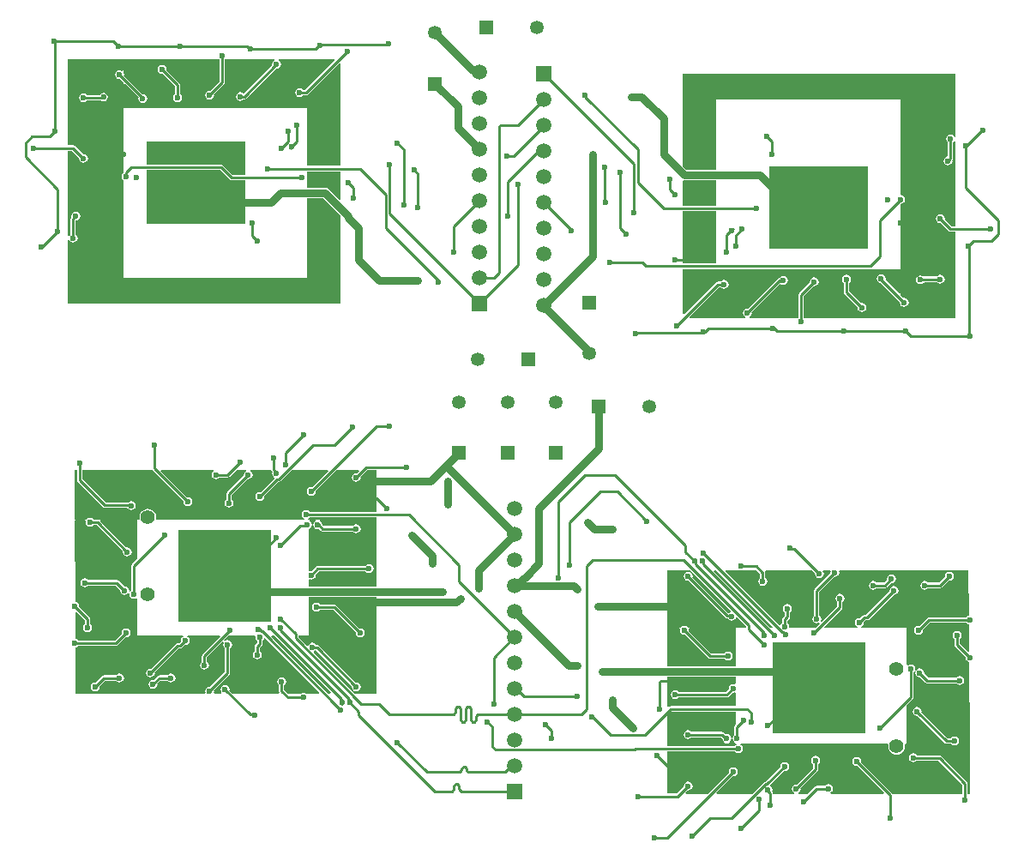
<source format=gbl>
G04*
G04 #@! TF.GenerationSoftware,Altium Limited,Altium Designer,19.1.8 (144)*
G04*
G04 Layer_Physical_Order=2*
G04 Layer_Color=16711680*
%FSLAX25Y25*%
%MOIN*%
G70*
G01*
G75*
%ADD13C,0.01000*%
%ADD33C,0.03000*%
%ADD34C,0.05512*%
%ADD35C,0.05906*%
%ADD36R,0.05906X0.05906*%
%ADD37C,0.05315*%
%ADD38R,0.05315X0.05315*%
%ADD39R,0.05315X0.05315*%
%ADD40C,0.02362*%
G36*
X81980Y-18000D02*
Y-26578D01*
X78227Y-30331D01*
X78000Y-30286D01*
X77344Y-30416D01*
X76788Y-30788D01*
X76416Y-31344D01*
X76286Y-32000D01*
X76416Y-32656D01*
X76788Y-33212D01*
X77344Y-33584D01*
X78000Y-33714D01*
X78656Y-33584D01*
X79212Y-33212D01*
X79584Y-32656D01*
X79714Y-32000D01*
X79669Y-31773D01*
X83721Y-27721D01*
X83942Y-27390D01*
X84020Y-27000D01*
Y-18000D01*
X103070Y-18000D01*
X103219Y-18500D01*
X102788Y-18788D01*
X102416Y-19344D01*
X102286Y-20000D01*
X102331Y-20227D01*
X91265Y-31293D01*
X91212Y-31288D01*
X90656Y-30916D01*
X90000Y-30786D01*
X89344Y-30916D01*
X88788Y-31288D01*
X88416Y-31844D01*
X88286Y-32500D01*
X88416Y-33156D01*
X88788Y-33712D01*
X89344Y-34084D01*
X90000Y-34214D01*
X90656Y-34084D01*
X91212Y-33712D01*
X91341Y-33520D01*
X91500D01*
X91890Y-33442D01*
X92221Y-33221D01*
X103773Y-21669D01*
X104000Y-21714D01*
X104656Y-21584D01*
X105212Y-21212D01*
X105584Y-20656D01*
X105714Y-20000D01*
X105584Y-19344D01*
X105212Y-18788D01*
X104781Y-18500D01*
X104930Y-18000D01*
X126405D01*
X126596Y-18462D01*
X115078Y-29980D01*
X114341D01*
X114212Y-29788D01*
X113656Y-29416D01*
X113000Y-29286D01*
X112344Y-29416D01*
X111788Y-29788D01*
X111416Y-30344D01*
X111286Y-31000D01*
X111416Y-31656D01*
X111788Y-32212D01*
X112344Y-32584D01*
X113000Y-32714D01*
X113656Y-32584D01*
X114212Y-32212D01*
X114341Y-32020D01*
X115500D01*
X115890Y-31942D01*
X116221Y-31721D01*
X128538Y-19404D01*
X129000Y-19595D01*
Y-37000D01*
X129000D01*
Y-59480D01*
X116000D01*
Y-37000D01*
X44500Y-37000D01*
Y-61901D01*
X44480Y-62000D01*
Y-62159D01*
X44288Y-62288D01*
X43916Y-62844D01*
X43786Y-63500D01*
X43916Y-64156D01*
X44288Y-64712D01*
X44500Y-64854D01*
Y-103000D01*
X116000D01*
Y-72039D01*
X122155D01*
X129000Y-78884D01*
Y-113000D01*
X23000D01*
Y-88430D01*
X23500Y-88281D01*
X23788Y-88712D01*
X24344Y-89084D01*
X25000Y-89214D01*
X25656Y-89084D01*
X26212Y-88712D01*
X26584Y-88156D01*
X26714Y-87500D01*
X26584Y-86844D01*
X26212Y-86288D01*
X26020Y-86159D01*
Y-80710D01*
X26656Y-80584D01*
X27212Y-80212D01*
X27584Y-79656D01*
X27714Y-79000D01*
X27584Y-78344D01*
X27212Y-77788D01*
X26656Y-77416D01*
X26000Y-77286D01*
X25344Y-77416D01*
X24788Y-77788D01*
X24416Y-78344D01*
X24286Y-79000D01*
X24331Y-79227D01*
X24279Y-79279D01*
X24058Y-79610D01*
X23980Y-80000D01*
Y-86159D01*
X23788Y-86288D01*
X23500Y-86719D01*
X23000Y-86570D01*
Y-53520D01*
X24578D01*
X27331Y-56273D01*
X27286Y-56500D01*
X27416Y-57156D01*
X27788Y-57712D01*
X28344Y-58084D01*
X29000Y-58214D01*
X29656Y-58084D01*
X30212Y-57712D01*
X30584Y-57156D01*
X30714Y-56500D01*
X30584Y-55844D01*
X30212Y-55288D01*
X29656Y-54916D01*
X29000Y-54786D01*
X28773Y-54831D01*
X25721Y-51779D01*
X25390Y-51558D01*
X25000Y-51480D01*
X23000D01*
Y-18000D01*
X44500D01*
X81980D01*
D02*
G37*
G36*
X92000Y-62980D02*
X86922D01*
X83221Y-59279D01*
X82890Y-59058D01*
X82500Y-58980D01*
X53500D01*
Y-50000D01*
X92000D01*
Y-62980D01*
D02*
G37*
G36*
X129000Y-72463D02*
X128538Y-72654D01*
X124442Y-68558D01*
X123780Y-68116D01*
X123000Y-67961D01*
X116000D01*
Y-61520D01*
X129000D01*
Y-72463D01*
D02*
G37*
G36*
X85779Y-64721D02*
X86110Y-64942D01*
X86500Y-65020D01*
X92000D01*
Y-82000D01*
X53500D01*
Y-61020D01*
X82078D01*
X85779Y-64721D01*
D02*
G37*
G36*
X136096Y-177962D02*
X135227Y-178831D01*
X135000Y-178786D01*
X134344Y-178916D01*
X133788Y-179288D01*
X133416Y-179844D01*
X133286Y-180500D01*
X133416Y-181156D01*
X133788Y-181712D01*
X134344Y-182084D01*
X135000Y-182214D01*
X135656Y-182084D01*
X136212Y-181712D01*
X136584Y-181156D01*
X136714Y-180500D01*
X136669Y-180273D01*
X139422Y-177520D01*
X143000D01*
Y-193980D01*
X116841D01*
X116712Y-193788D01*
X116156Y-193416D01*
X115500Y-193286D01*
X114844Y-193416D01*
X114288Y-193788D01*
X113916Y-194344D01*
X113786Y-195000D01*
X113916Y-195656D01*
X114288Y-196212D01*
X114719Y-196500D01*
X114570Y-197000D01*
X57619D01*
X57218Y-196500D01*
X57284Y-196000D01*
X57172Y-195150D01*
X56844Y-194358D01*
X56322Y-193678D01*
X55642Y-193156D01*
X54850Y-192828D01*
X54000Y-192716D01*
X53150Y-192828D01*
X52358Y-193156D01*
X51678Y-193678D01*
X51156Y-194358D01*
X50828Y-195150D01*
X50716Y-196000D01*
X50782Y-196500D01*
X50381Y-197000D01*
X50000D01*
Y-212058D01*
X47779Y-214279D01*
X47558Y-214610D01*
X47480Y-215000D01*
Y-224659D01*
X47288Y-224788D01*
X47115Y-225047D01*
X46644Y-224852D01*
X46714Y-224500D01*
X46584Y-223844D01*
X46212Y-223288D01*
X45656Y-222916D01*
X45000Y-222786D01*
X44773Y-222831D01*
X42721Y-220779D01*
X42390Y-220558D01*
X42000Y-220480D01*
X30841D01*
X30712Y-220288D01*
X30156Y-219916D01*
X29500Y-219786D01*
X28844Y-219916D01*
X28288Y-220288D01*
X27916Y-220844D01*
X27786Y-221500D01*
X27916Y-222156D01*
X28288Y-222712D01*
X28844Y-223084D01*
X29500Y-223214D01*
X30156Y-223084D01*
X30712Y-222712D01*
X30841Y-222520D01*
X41578D01*
X43331Y-224273D01*
X43286Y-224500D01*
X43416Y-225156D01*
X43788Y-225712D01*
X44344Y-226084D01*
X45000Y-226214D01*
X45656Y-226084D01*
X46212Y-225712D01*
X46385Y-225453D01*
X46856Y-225648D01*
X46786Y-226000D01*
X46916Y-226656D01*
X47288Y-227212D01*
X47844Y-227584D01*
X48500Y-227714D01*
X49156Y-227584D01*
X49500Y-227354D01*
X50000Y-227612D01*
Y-242000D01*
X67570D01*
X67719Y-242500D01*
X67288Y-242788D01*
X66916Y-243344D01*
X66786Y-244000D01*
X66831Y-244227D01*
X66182Y-244876D01*
X65604D01*
X65214Y-244954D01*
X64883Y-245175D01*
X55227Y-254831D01*
X55000Y-254786D01*
X54344Y-254916D01*
X53788Y-255288D01*
X53416Y-255844D01*
X53286Y-256500D01*
X53416Y-257156D01*
X53788Y-257712D01*
X54344Y-258084D01*
X55000Y-258214D01*
X55656Y-258084D01*
X56212Y-257712D01*
X56584Y-257156D01*
X56714Y-256500D01*
X56669Y-256273D01*
X66027Y-246915D01*
X66604D01*
X66994Y-246838D01*
X67325Y-246617D01*
X68273Y-245669D01*
X68500Y-245714D01*
X69156Y-245584D01*
X69712Y-245212D01*
X70084Y-244656D01*
X70214Y-244000D01*
X70084Y-243344D01*
X69712Y-242788D01*
X69281Y-242500D01*
X69430Y-242000D01*
X81905D01*
X82096Y-242462D01*
X75279Y-249279D01*
X75058Y-249610D01*
X74980Y-250000D01*
Y-252159D01*
X74788Y-252288D01*
X74416Y-252844D01*
X74286Y-253500D01*
X74416Y-254156D01*
X74788Y-254712D01*
X75344Y-255084D01*
X76000Y-255214D01*
X76656Y-255084D01*
X77212Y-254712D01*
X77584Y-254156D01*
X77714Y-253500D01*
X77584Y-252844D01*
X77212Y-252288D01*
X77020Y-252159D01*
Y-250422D01*
X83253Y-244189D01*
X83641Y-244508D01*
X83416Y-244844D01*
X83286Y-245500D01*
X83416Y-246156D01*
X83788Y-246712D01*
X83980Y-246841D01*
Y-256078D01*
X78227Y-261831D01*
X78000Y-261786D01*
X77344Y-261916D01*
X76788Y-262288D01*
X76416Y-262844D01*
X76286Y-263500D01*
X76385Y-264000D01*
X76091Y-264500D01*
X26000D01*
X25868Y-246641D01*
X26156Y-246584D01*
X26712Y-246212D01*
X26841Y-246020D01*
X41500D01*
X41890Y-245942D01*
X42221Y-245721D01*
X45273Y-242669D01*
X45500Y-242714D01*
X46156Y-242584D01*
X46712Y-242212D01*
X47084Y-241656D01*
X47214Y-241000D01*
X47084Y-240344D01*
X46712Y-239788D01*
X46156Y-239416D01*
X45500Y-239286D01*
X44844Y-239416D01*
X44288Y-239788D01*
X43916Y-240344D01*
X43786Y-241000D01*
X43831Y-241227D01*
X41078Y-243980D01*
X26841D01*
X26712Y-243788D01*
X26156Y-243416D01*
X25843Y-243354D01*
X25766Y-232862D01*
X26227Y-232669D01*
X29480Y-235922D01*
Y-237659D01*
X29288Y-237788D01*
X28916Y-238344D01*
X28786Y-239000D01*
X28916Y-239656D01*
X29288Y-240212D01*
X29844Y-240584D01*
X30500Y-240714D01*
X31156Y-240584D01*
X31712Y-240212D01*
X32084Y-239656D01*
X32214Y-239000D01*
X32084Y-238344D01*
X31712Y-237788D01*
X31520Y-237659D01*
Y-235500D01*
X31442Y-235110D01*
X31221Y-234779D01*
X27169Y-230727D01*
X27214Y-230500D01*
X27084Y-229844D01*
X26712Y-229288D01*
X26156Y-228916D01*
X25736Y-228833D01*
X25503Y-197355D01*
X25855Y-197000D01*
X25500D01*
Y-177500D01*
X26480D01*
Y-181500D01*
X26558Y-181890D01*
X26779Y-182221D01*
X36518Y-191960D01*
X36849Y-192181D01*
X37239Y-192259D01*
X45985D01*
X46288Y-192712D01*
X46844Y-193084D01*
X47500Y-193214D01*
X48156Y-193084D01*
X48712Y-192712D01*
X49084Y-192156D01*
X49214Y-191500D01*
X49084Y-190844D01*
X48712Y-190288D01*
X48156Y-189916D01*
X47500Y-189786D01*
X46844Y-189916D01*
X46390Y-190220D01*
X37662D01*
X28520Y-181078D01*
Y-177500D01*
X55631D01*
X55779Y-177721D01*
X67831Y-189773D01*
X67786Y-190000D01*
X67916Y-190656D01*
X68288Y-191212D01*
X68844Y-191584D01*
X69500Y-191714D01*
X70156Y-191584D01*
X70712Y-191212D01*
X71084Y-190656D01*
X71214Y-190000D01*
X71084Y-189344D01*
X70712Y-188788D01*
X70156Y-188416D01*
X69500Y-188286D01*
X69273Y-188331D01*
X58904Y-177962D01*
X59095Y-177500D01*
X79570D01*
X79719Y-178000D01*
X79288Y-178288D01*
X78916Y-178844D01*
X78786Y-179500D01*
X78916Y-180156D01*
X79288Y-180712D01*
X79844Y-181084D01*
X80500Y-181214D01*
X81156Y-181084D01*
X81712Y-180712D01*
X81841Y-180520D01*
X85000D01*
X85390Y-180442D01*
X85721Y-180221D01*
X88442Y-177500D01*
X92070D01*
X92219Y-178000D01*
X91788Y-178288D01*
X91416Y-178844D01*
X91286Y-179500D01*
X91331Y-179727D01*
X84779Y-186279D01*
X84558Y-186610D01*
X84480Y-187000D01*
Y-189159D01*
X84288Y-189288D01*
X83916Y-189844D01*
X83786Y-190500D01*
X83916Y-191156D01*
X84288Y-191712D01*
X84844Y-192084D01*
X85500Y-192214D01*
X86156Y-192084D01*
X86712Y-191712D01*
X87084Y-191156D01*
X87214Y-190500D01*
X87084Y-189844D01*
X86712Y-189288D01*
X86520Y-189159D01*
Y-187422D01*
X92773Y-181169D01*
X93000Y-181214D01*
X93656Y-181084D01*
X94212Y-180712D01*
X94584Y-180156D01*
X94714Y-179500D01*
X94584Y-178844D01*
X94212Y-178288D01*
X93781Y-178000D01*
X93930Y-177500D01*
X101980D01*
Y-177631D01*
X102058Y-178022D01*
X102279Y-178352D01*
X102392Y-178466D01*
X102286Y-179000D01*
X102416Y-179656D01*
X102788Y-180212D01*
X102998Y-180353D01*
X103062Y-180996D01*
X97727Y-186331D01*
X97500Y-186286D01*
X96844Y-186416D01*
X96288Y-186788D01*
X95916Y-187344D01*
X95786Y-188000D01*
X95916Y-188656D01*
X96288Y-189212D01*
X96844Y-189584D01*
X97500Y-189714D01*
X98156Y-189584D01*
X98712Y-189212D01*
X99084Y-188656D01*
X99214Y-188000D01*
X99169Y-187773D01*
X104741Y-182201D01*
X104903D01*
X105294Y-182123D01*
X105624Y-181902D01*
X110027Y-177500D01*
X123905D01*
X124096Y-177962D01*
X117727Y-184331D01*
X117500Y-184286D01*
X116844Y-184416D01*
X116288Y-184788D01*
X115916Y-185344D01*
X115786Y-186000D01*
X115916Y-186656D01*
X116288Y-187212D01*
X116844Y-187584D01*
X117500Y-187714D01*
X118156Y-187584D01*
X118712Y-187212D01*
X119084Y-186656D01*
X119214Y-186000D01*
X119169Y-185773D01*
X127442Y-177500D01*
X135905D01*
X136096Y-177962D01*
D02*
G37*
G36*
X143000Y-197000D02*
Y-222961D01*
X116500D01*
Y-220409D01*
X117000Y-220115D01*
X117500Y-220214D01*
X118156Y-220084D01*
X118712Y-219712D01*
X119084Y-219156D01*
X119214Y-218500D01*
X119169Y-218273D01*
X120422Y-217020D01*
X138659D01*
X138788Y-217212D01*
X139344Y-217584D01*
X140000Y-217714D01*
X140656Y-217584D01*
X141212Y-217212D01*
X141584Y-216656D01*
X141714Y-216000D01*
X141584Y-215344D01*
X141212Y-214788D01*
X140656Y-214416D01*
X140000Y-214286D01*
X139344Y-214416D01*
X138788Y-214788D01*
X138659Y-214980D01*
X120000D01*
X119610Y-215058D01*
X119279Y-215279D01*
X117727Y-216831D01*
X117500Y-216786D01*
X117000Y-216885D01*
X116500Y-216591D01*
Y-200615D01*
X116656Y-200584D01*
X117212Y-200212D01*
X117584Y-199656D01*
X117714Y-199000D01*
X117584Y-198344D01*
X117212Y-197788D01*
X116781Y-197500D01*
X116930Y-197000D01*
X116430D01*
X116281Y-196500D01*
X116712Y-196212D01*
X116841Y-196020D01*
X143000D01*
Y-197000D01*
D02*
G37*
G36*
X102000Y-236500D02*
X66000D01*
Y-201000D01*
X102000D01*
Y-236500D01*
D02*
G37*
G36*
X143000Y-242000D02*
Y-264500D01*
X134357D01*
X118435Y-248577D01*
X118580Y-248099D01*
X118656Y-248084D01*
X119110Y-247780D01*
X119338D01*
X133331Y-261773D01*
X133286Y-262000D01*
X133416Y-262656D01*
X133788Y-263212D01*
X134344Y-263584D01*
X135000Y-263714D01*
X135656Y-263584D01*
X136212Y-263212D01*
X136584Y-262656D01*
X136714Y-262000D01*
X136584Y-261344D01*
X136212Y-260788D01*
X135656Y-260416D01*
X135000Y-260286D01*
X134773Y-260331D01*
X120482Y-246040D01*
X120151Y-245819D01*
X119761Y-245741D01*
X119515D01*
X119212Y-245288D01*
X118656Y-244916D01*
X118000Y-244786D01*
X117344Y-244916D01*
X116788Y-245288D01*
X116416Y-245844D01*
X116401Y-245920D01*
X115923Y-246065D01*
X112448Y-242591D01*
Y-242000D01*
X116500D01*
Y-227039D01*
X143000D01*
Y-242000D01*
D02*
G37*
G36*
X125096Y-264038D02*
X124905Y-264500D01*
X124027D01*
X101988Y-242462D01*
X102180Y-242000D01*
X103058D01*
X125096Y-264038D01*
D02*
G37*
G36*
X95809Y-242387D02*
X95786Y-242500D01*
X95916Y-243156D01*
X96288Y-243712D01*
X96480Y-243841D01*
Y-244759D01*
X95779Y-245460D01*
X95558Y-245791D01*
X95480Y-246181D01*
Y-248159D01*
X95288Y-248288D01*
X94916Y-248844D01*
X94786Y-249500D01*
X94916Y-250156D01*
X95288Y-250712D01*
X95844Y-251084D01*
X96500Y-251214D01*
X97156Y-251084D01*
X97712Y-250712D01*
X98084Y-250156D01*
X98214Y-249500D01*
X98084Y-248844D01*
X97712Y-248288D01*
X97520Y-248159D01*
Y-246603D01*
X98221Y-245902D01*
X98442Y-245571D01*
X98520Y-245181D01*
Y-243841D01*
X98712Y-243712D01*
X99084Y-243156D01*
X99099Y-243080D01*
X99577Y-242935D01*
X120681Y-264038D01*
X120489Y-264500D01*
X115281D01*
X115156Y-264416D01*
X114500Y-264286D01*
X113844Y-264416D01*
X113719Y-264500D01*
X108442D01*
X107020Y-263078D01*
Y-261341D01*
X107212Y-261212D01*
X107584Y-260656D01*
X107714Y-260000D01*
X107584Y-259344D01*
X107212Y-258788D01*
X106656Y-258416D01*
X106000Y-258286D01*
X105344Y-258416D01*
X104788Y-258788D01*
X104416Y-259344D01*
X104286Y-260000D01*
X104416Y-260656D01*
X104788Y-261212D01*
X104980Y-261341D01*
Y-263500D01*
X105058Y-263890D01*
X105131Y-264000D01*
X104865Y-264500D01*
X86942D01*
X85669Y-263227D01*
X85714Y-263000D01*
X85584Y-262344D01*
X85212Y-261788D01*
X84656Y-261416D01*
X84000Y-261286D01*
X83344Y-261416D01*
X82788Y-261788D01*
X82416Y-262344D01*
X82286Y-263000D01*
X82416Y-263656D01*
X82646Y-264000D01*
X82388Y-264500D01*
X79909D01*
X79615Y-264000D01*
X79714Y-263500D01*
X79669Y-263273D01*
X85721Y-257221D01*
X85942Y-256890D01*
X86020Y-256500D01*
Y-246841D01*
X86212Y-246712D01*
X86584Y-246156D01*
X86714Y-245500D01*
X86584Y-244844D01*
X86212Y-244288D01*
X85656Y-243916D01*
X85000Y-243786D01*
X84344Y-243916D01*
X84008Y-244141D01*
X83689Y-243753D01*
X85442Y-242000D01*
X95491D01*
X95809Y-242387D01*
D02*
G37*
G36*
X368000Y-48070D02*
X367500Y-48219D01*
X367212Y-47788D01*
X366656Y-47416D01*
X366000Y-47286D01*
X365344Y-47416D01*
X364788Y-47788D01*
X364416Y-48344D01*
X364286Y-49000D01*
X364416Y-49656D01*
X364788Y-50212D01*
X364980Y-50341D01*
Y-55790D01*
X364344Y-55916D01*
X363788Y-56288D01*
X363416Y-56844D01*
X363286Y-57500D01*
X363416Y-58156D01*
X363788Y-58712D01*
X364344Y-59084D01*
X365000Y-59214D01*
X365656Y-59084D01*
X366212Y-58712D01*
X366584Y-58156D01*
X366714Y-57500D01*
X366669Y-57273D01*
X366721Y-57221D01*
X366942Y-56890D01*
X367020Y-56500D01*
Y-50341D01*
X367212Y-50212D01*
X367500Y-49781D01*
X368000Y-49930D01*
Y-82980D01*
X366422D01*
X363669Y-80227D01*
X363714Y-80000D01*
X363584Y-79344D01*
X363212Y-78788D01*
X362656Y-78416D01*
X362000Y-78286D01*
X361344Y-78416D01*
X360788Y-78788D01*
X360416Y-79344D01*
X360286Y-80000D01*
X360416Y-80656D01*
X360788Y-81212D01*
X361344Y-81584D01*
X362000Y-81714D01*
X362227Y-81669D01*
X365279Y-84721D01*
X365610Y-84942D01*
X366000Y-85020D01*
X368000D01*
Y-118500D01*
X346500D01*
X309020D01*
Y-109922D01*
X312773Y-106169D01*
X313000Y-106214D01*
X313656Y-106084D01*
X314212Y-105712D01*
X314584Y-105156D01*
X314714Y-104500D01*
X314584Y-103844D01*
X314212Y-103288D01*
X313656Y-102916D01*
X313000Y-102786D01*
X312344Y-102916D01*
X311788Y-103288D01*
X311416Y-103844D01*
X311286Y-104500D01*
X311331Y-104727D01*
X307279Y-108779D01*
X307058Y-109110D01*
X306980Y-109500D01*
Y-118500D01*
X287930Y-118500D01*
X287781Y-118000D01*
X288212Y-117712D01*
X288584Y-117156D01*
X288714Y-116500D01*
X288669Y-116273D01*
X299735Y-105207D01*
X299788Y-105212D01*
X300344Y-105584D01*
X301000Y-105714D01*
X301656Y-105584D01*
X302212Y-105212D01*
X302584Y-104656D01*
X302714Y-104000D01*
X302584Y-103344D01*
X302212Y-102788D01*
X301656Y-102416D01*
X301000Y-102286D01*
X300344Y-102416D01*
X299788Y-102788D01*
X299659Y-102980D01*
X299500D01*
X299110Y-103058D01*
X298779Y-103279D01*
X287227Y-114831D01*
X287000Y-114786D01*
X286344Y-114916D01*
X285788Y-115288D01*
X285416Y-115844D01*
X285286Y-116500D01*
X285416Y-117156D01*
X285788Y-117712D01*
X286219Y-118000D01*
X286070Y-118500D01*
X264595D01*
X264404Y-118038D01*
X275922Y-106520D01*
X276659D01*
X276788Y-106712D01*
X277344Y-107084D01*
X278000Y-107214D01*
X278656Y-107084D01*
X279212Y-106712D01*
X279584Y-106156D01*
X279714Y-105500D01*
X279584Y-104844D01*
X279212Y-104288D01*
X278656Y-103916D01*
X278000Y-103786D01*
X277344Y-103916D01*
X276788Y-104288D01*
X276659Y-104480D01*
X275500D01*
X275110Y-104558D01*
X274779Y-104779D01*
X262462Y-117096D01*
X262000Y-116905D01*
Y-99500D01*
X346500Y-99500D01*
Y-74214D01*
X347156Y-74084D01*
X347712Y-73712D01*
X348084Y-73156D01*
X348214Y-72500D01*
X348084Y-71844D01*
X347712Y-71288D01*
X347156Y-70916D01*
X346500Y-70786D01*
Y-33500D01*
X275000D01*
Y-60961D01*
X263345D01*
X262000Y-59616D01*
Y-23500D01*
X368000D01*
Y-48070D01*
D02*
G37*
G36*
X262500Y-65039D02*
X275000D01*
Y-74980D01*
X262000D01*
Y-65334D01*
X262386Y-65017D01*
X262500Y-65039D01*
D02*
G37*
G36*
X334000Y-91500D02*
X295500D01*
Y-59500D01*
X334000D01*
Y-91500D01*
D02*
G37*
G36*
X275000Y-97162D02*
X262000D01*
Y-77020D01*
X275000D01*
Y-97162D01*
D02*
G37*
G36*
X373132Y-234359D02*
X372844Y-234416D01*
X372288Y-234788D01*
X372159Y-234980D01*
X357500D01*
X357110Y-235058D01*
X356779Y-235279D01*
X353727Y-238331D01*
X353500Y-238286D01*
X352844Y-238416D01*
X352288Y-238788D01*
X351916Y-239344D01*
X351786Y-240000D01*
X351916Y-240656D01*
X352288Y-241212D01*
X352844Y-241584D01*
X353500Y-241714D01*
X354156Y-241584D01*
X354712Y-241212D01*
X355084Y-240656D01*
X355214Y-240000D01*
X355169Y-239773D01*
X357922Y-237020D01*
X372159D01*
X372288Y-237212D01*
X372844Y-237584D01*
X373157Y-237646D01*
X373234Y-248138D01*
X372773Y-248331D01*
X369520Y-245078D01*
Y-243341D01*
X369712Y-243212D01*
X370084Y-242656D01*
X370214Y-242000D01*
X370084Y-241344D01*
X369712Y-240788D01*
X369156Y-240416D01*
X368500Y-240286D01*
X367844Y-240416D01*
X367288Y-240788D01*
X366916Y-241344D01*
X366786Y-242000D01*
X366916Y-242656D01*
X367288Y-243212D01*
X367480Y-243341D01*
Y-245500D01*
X367558Y-245890D01*
X367779Y-246221D01*
X371831Y-250273D01*
X371786Y-250500D01*
X371916Y-251156D01*
X372288Y-251712D01*
X372844Y-252084D01*
X373264Y-252167D01*
X373497Y-283645D01*
X373145Y-284000D01*
X373500D01*
Y-303500D01*
X372520D01*
Y-299500D01*
X372442Y-299110D01*
X372221Y-298779D01*
X362482Y-289040D01*
X362151Y-288819D01*
X361761Y-288741D01*
X353015D01*
X352712Y-288288D01*
X352156Y-287916D01*
X351500Y-287786D01*
X350844Y-287916D01*
X350288Y-288288D01*
X349916Y-288844D01*
X349786Y-289500D01*
X349916Y-290156D01*
X350288Y-290712D01*
X350844Y-291084D01*
X351500Y-291214D01*
X352156Y-291084D01*
X352610Y-290780D01*
X361338D01*
X370480Y-299922D01*
Y-303500D01*
X343369D01*
X343221Y-303279D01*
X331169Y-291227D01*
X331214Y-291000D01*
X331084Y-290344D01*
X330712Y-289788D01*
X330156Y-289416D01*
X329500Y-289286D01*
X328844Y-289416D01*
X328288Y-289788D01*
X327916Y-290344D01*
X327786Y-291000D01*
X327916Y-291656D01*
X328288Y-292212D01*
X328844Y-292584D01*
X329500Y-292714D01*
X329727Y-292669D01*
X340096Y-303038D01*
X339905Y-303500D01*
X319430D01*
X319281Y-303000D01*
X319712Y-302712D01*
X320084Y-302156D01*
X320214Y-301500D01*
X320084Y-300844D01*
X319712Y-300288D01*
X319156Y-299916D01*
X318500Y-299786D01*
X317844Y-299916D01*
X317288Y-300288D01*
X317159Y-300480D01*
X314000D01*
X313610Y-300558D01*
X313279Y-300779D01*
X310558Y-303500D01*
X306930D01*
X306781Y-303000D01*
X307212Y-302712D01*
X307584Y-302156D01*
X307714Y-301500D01*
X307669Y-301273D01*
X314221Y-294721D01*
X314442Y-294390D01*
X314520Y-294000D01*
Y-291841D01*
X314712Y-291712D01*
X315084Y-291156D01*
X315214Y-290500D01*
X315084Y-289844D01*
X314712Y-289288D01*
X314156Y-288916D01*
X313500Y-288786D01*
X312844Y-288916D01*
X312288Y-289288D01*
X311916Y-289844D01*
X311786Y-290500D01*
X311916Y-291156D01*
X312288Y-291712D01*
X312480Y-291841D01*
Y-293578D01*
X306227Y-299831D01*
X306000Y-299786D01*
X305344Y-299916D01*
X304788Y-300288D01*
X304416Y-300844D01*
X304286Y-301500D01*
X304416Y-302156D01*
X304788Y-302712D01*
X305219Y-303000D01*
X305070Y-303500D01*
X297020D01*
Y-303369D01*
X296942Y-302978D01*
X296721Y-302648D01*
X296608Y-302534D01*
X296714Y-302000D01*
X296584Y-301344D01*
X296212Y-300788D01*
X296002Y-300647D01*
X295938Y-300004D01*
X301273Y-294669D01*
X301500Y-294714D01*
X302156Y-294584D01*
X302712Y-294212D01*
X303084Y-293656D01*
X303214Y-293000D01*
X303084Y-292344D01*
X302712Y-291788D01*
X302156Y-291416D01*
X301500Y-291286D01*
X300844Y-291416D01*
X300288Y-291788D01*
X299916Y-292344D01*
X299786Y-293000D01*
X299831Y-293227D01*
X294259Y-298799D01*
X294097D01*
X293706Y-298877D01*
X293376Y-299098D01*
X288973Y-303500D01*
X275095D01*
X274904Y-303038D01*
X281273Y-296669D01*
X281500Y-296714D01*
X282156Y-296584D01*
X282712Y-296212D01*
X283084Y-295656D01*
X283214Y-295000D01*
X283084Y-294344D01*
X282712Y-293788D01*
X282156Y-293416D01*
X281500Y-293286D01*
X280844Y-293416D01*
X280288Y-293788D01*
X279916Y-294344D01*
X279786Y-295000D01*
X279831Y-295227D01*
X271558Y-303500D01*
X263095D01*
X262904Y-303038D01*
X263773Y-302169D01*
X264000Y-302214D01*
X264656Y-302084D01*
X265212Y-301712D01*
X265584Y-301156D01*
X265714Y-300500D01*
X265584Y-299844D01*
X265212Y-299288D01*
X264656Y-298916D01*
X264000Y-298786D01*
X263344Y-298916D01*
X262788Y-299288D01*
X262416Y-299844D01*
X262286Y-300500D01*
X262331Y-300727D01*
X259578Y-303480D01*
X256000D01*
Y-287020D01*
X282159D01*
X282288Y-287212D01*
X282844Y-287584D01*
X283500Y-287714D01*
X284156Y-287584D01*
X284712Y-287212D01*
X285084Y-286656D01*
X285214Y-286000D01*
X285084Y-285344D01*
X284712Y-284788D01*
X284281Y-284500D01*
X284430Y-284000D01*
X341381D01*
X341782Y-284500D01*
X341716Y-285000D01*
X341828Y-285850D01*
X342156Y-286642D01*
X342678Y-287322D01*
X343358Y-287844D01*
X344150Y-288172D01*
X345000Y-288284D01*
X345850Y-288172D01*
X346642Y-287844D01*
X347322Y-287322D01*
X347844Y-286642D01*
X348172Y-285850D01*
X348284Y-285000D01*
X348218Y-284500D01*
X348619Y-284000D01*
X349000D01*
Y-268942D01*
X351221Y-266721D01*
X351442Y-266390D01*
X351520Y-266000D01*
Y-256341D01*
X351712Y-256212D01*
X351885Y-255953D01*
X352356Y-256148D01*
X352286Y-256500D01*
X352416Y-257156D01*
X352788Y-257712D01*
X353344Y-258084D01*
X354000Y-258214D01*
X354227Y-258169D01*
X356279Y-260221D01*
X356610Y-260442D01*
X357000Y-260520D01*
X368159D01*
X368288Y-260712D01*
X368844Y-261084D01*
X369500Y-261214D01*
X370156Y-261084D01*
X370712Y-260712D01*
X371084Y-260156D01*
X371214Y-259500D01*
X371084Y-258844D01*
X370712Y-258288D01*
X370156Y-257916D01*
X369500Y-257786D01*
X368844Y-257916D01*
X368288Y-258288D01*
X368159Y-258480D01*
X357422D01*
X355669Y-256727D01*
X355714Y-256500D01*
X355584Y-255844D01*
X355212Y-255288D01*
X354656Y-254916D01*
X354000Y-254786D01*
X353344Y-254916D01*
X352788Y-255288D01*
X352615Y-255547D01*
X352144Y-255352D01*
X352214Y-255000D01*
X352084Y-254344D01*
X351712Y-253788D01*
X351156Y-253416D01*
X350500Y-253286D01*
X349844Y-253416D01*
X349500Y-253646D01*
X349000Y-253387D01*
Y-239000D01*
X331430D01*
X331281Y-238500D01*
X331712Y-238212D01*
X332084Y-237656D01*
X332214Y-237000D01*
X332169Y-236773D01*
X332818Y-236124D01*
X333396D01*
X333786Y-236046D01*
X334117Y-235825D01*
X343773Y-226169D01*
X344000Y-226214D01*
X344656Y-226084D01*
X345212Y-225712D01*
X345584Y-225156D01*
X345714Y-224500D01*
X345584Y-223844D01*
X345212Y-223288D01*
X344656Y-222916D01*
X344000Y-222786D01*
X343344Y-222916D01*
X342788Y-223288D01*
X342416Y-223844D01*
X342286Y-224500D01*
X342331Y-224727D01*
X332974Y-234085D01*
X332396D01*
X332006Y-234162D01*
X331675Y-234383D01*
X330727Y-235331D01*
X330500Y-235286D01*
X329844Y-235416D01*
X329288Y-235788D01*
X328916Y-236344D01*
X328786Y-237000D01*
X328916Y-237656D01*
X329288Y-238212D01*
X329719Y-238500D01*
X329570Y-239000D01*
X317095D01*
X316904Y-238538D01*
X323721Y-231721D01*
X323942Y-231390D01*
X324020Y-231000D01*
Y-228841D01*
X324212Y-228712D01*
X324584Y-228156D01*
X324714Y-227500D01*
X324584Y-226844D01*
X324212Y-226288D01*
X323656Y-225916D01*
X323000Y-225786D01*
X322344Y-225916D01*
X321788Y-226288D01*
X321416Y-226844D01*
X321286Y-227500D01*
X321416Y-228156D01*
X321788Y-228712D01*
X321980Y-228841D01*
Y-230578D01*
X315747Y-236811D01*
X315359Y-236492D01*
X315584Y-236156D01*
X315714Y-235500D01*
X315584Y-234844D01*
X315212Y-234288D01*
X315020Y-234159D01*
Y-224922D01*
X320773Y-219169D01*
X321000Y-219214D01*
X321656Y-219084D01*
X322212Y-218712D01*
X322584Y-218156D01*
X322714Y-217500D01*
X322615Y-217000D01*
X322909Y-216500D01*
X373000D01*
X373132Y-234359D01*
D02*
G37*
G36*
X319385Y-217000D02*
X319286Y-217500D01*
X319331Y-217727D01*
X313279Y-223779D01*
X313058Y-224110D01*
X312980Y-224500D01*
Y-234159D01*
X312788Y-234288D01*
X312416Y-234844D01*
X312286Y-235500D01*
X312416Y-236156D01*
X312788Y-236712D01*
X313344Y-237084D01*
X314000Y-237214D01*
X314656Y-237084D01*
X314992Y-236859D01*
X315311Y-237247D01*
X313558Y-239000D01*
X303509D01*
X303191Y-238614D01*
X303214Y-238500D01*
X303084Y-237844D01*
X302712Y-237288D01*
X302520Y-237159D01*
Y-236241D01*
X303221Y-235540D01*
X303442Y-235209D01*
X303520Y-234819D01*
Y-232841D01*
X303712Y-232712D01*
X304084Y-232156D01*
X304214Y-231500D01*
X304084Y-230844D01*
X303712Y-230288D01*
X303156Y-229916D01*
X302500Y-229786D01*
X301844Y-229916D01*
X301288Y-230288D01*
X300916Y-230844D01*
X300786Y-231500D01*
X300916Y-232156D01*
X301288Y-232712D01*
X301480Y-232841D01*
Y-234397D01*
X300779Y-235098D01*
X300558Y-235429D01*
X300480Y-235819D01*
Y-237159D01*
X300288Y-237288D01*
X299916Y-237844D01*
X299901Y-237920D01*
X299423Y-238065D01*
X278319Y-216962D01*
X278511Y-216500D01*
X283719D01*
X283844Y-216584D01*
X284500Y-216714D01*
X285156Y-216584D01*
X285281Y-216500D01*
X290558D01*
X291980Y-217922D01*
Y-219659D01*
X291788Y-219788D01*
X291416Y-220344D01*
X291286Y-221000D01*
X291416Y-221656D01*
X291788Y-222212D01*
X292344Y-222584D01*
X293000Y-222714D01*
X293656Y-222584D01*
X294212Y-222212D01*
X294584Y-221656D01*
X294714Y-221000D01*
X294584Y-220344D01*
X294212Y-219788D01*
X294020Y-219659D01*
Y-217500D01*
X293942Y-217110D01*
X293869Y-217000D01*
X294135Y-216500D01*
X312058D01*
X313331Y-217773D01*
X313286Y-218000D01*
X313416Y-218656D01*
X313788Y-219212D01*
X314344Y-219584D01*
X315000Y-219714D01*
X315656Y-219584D01*
X316212Y-219212D01*
X316584Y-218656D01*
X316714Y-218000D01*
X316584Y-217344D01*
X316354Y-217000D01*
X316613Y-216500D01*
X319091D01*
X319385Y-217000D01*
D02*
G37*
G36*
X280565Y-232423D02*
X280420Y-232901D01*
X280344Y-232916D01*
X279890Y-233220D01*
X279662D01*
X265669Y-219227D01*
X265714Y-219000D01*
X265584Y-218344D01*
X265212Y-217788D01*
X264656Y-217416D01*
X264000Y-217286D01*
X263344Y-217416D01*
X262788Y-217788D01*
X262416Y-218344D01*
X262286Y-219000D01*
X262416Y-219656D01*
X262788Y-220212D01*
X263344Y-220584D01*
X264000Y-220714D01*
X264227Y-220669D01*
X278518Y-234960D01*
X278849Y-235181D01*
X279239Y-235259D01*
X279485D01*
X279788Y-235712D01*
X280344Y-236084D01*
X281000Y-236214D01*
X281656Y-236084D01*
X282212Y-235712D01*
X282584Y-235156D01*
X282599Y-235080D01*
X283077Y-234935D01*
X286552Y-238409D01*
Y-239000D01*
X282500D01*
Y-253961D01*
X256000D01*
Y-239000D01*
Y-216500D01*
X264643D01*
X280565Y-232423D01*
D02*
G37*
G36*
X297012Y-238538D02*
X296820Y-239000D01*
X295942D01*
X273904Y-216962D01*
X274095Y-216500D01*
X274974D01*
X297012Y-238538D01*
D02*
G37*
G36*
X282500Y-260591D02*
X282000Y-260885D01*
X281500Y-260786D01*
X280844Y-260916D01*
X280288Y-261288D01*
X279916Y-261844D01*
X279786Y-262500D01*
X279831Y-262727D01*
X278578Y-263980D01*
X260341D01*
X260212Y-263788D01*
X259656Y-263416D01*
X259000Y-263286D01*
X258344Y-263416D01*
X257788Y-263788D01*
X257416Y-264344D01*
X257286Y-265000D01*
X257416Y-265656D01*
X257788Y-266212D01*
X258344Y-266584D01*
X259000Y-266714D01*
X259656Y-266584D01*
X260212Y-266212D01*
X260341Y-266020D01*
X279000D01*
X279390Y-265942D01*
X279721Y-265721D01*
X281273Y-264169D01*
X281500Y-264214D01*
X282000Y-264115D01*
X282500Y-264409D01*
Y-269480D01*
X257084D01*
X256694Y-269558D01*
X256500Y-269688D01*
X256000Y-269492D01*
Y-258039D01*
X282500D01*
Y-260591D01*
D02*
G37*
G36*
X333000Y-280000D02*
X297000D01*
Y-244500D01*
X333000D01*
Y-280000D01*
D02*
G37*
G36*
X282500Y-276558D02*
X282279Y-276779D01*
X282058Y-277110D01*
X281980Y-277500D01*
Y-280659D01*
X281788Y-280788D01*
X281416Y-281344D01*
X281286Y-282000D01*
X281416Y-282656D01*
X281788Y-283212D01*
X282219Y-283500D01*
X282070Y-284000D01*
X282570D01*
X282719Y-284500D01*
X282288Y-284788D01*
X282159Y-284980D01*
X256000D01*
Y-284000D01*
Y-273026D01*
X257507Y-271520D01*
X282500D01*
Y-276558D01*
D02*
G37*
%LPC*%
G36*
X36750Y-31036D02*
X36094Y-31166D01*
X35538Y-31538D01*
X35242Y-31980D01*
X30341D01*
X30212Y-31788D01*
X29656Y-31416D01*
X29000Y-31286D01*
X28344Y-31416D01*
X27788Y-31788D01*
X27416Y-32344D01*
X27286Y-33000D01*
X27416Y-33656D01*
X27788Y-34212D01*
X28344Y-34584D01*
X29000Y-34714D01*
X29656Y-34584D01*
X30212Y-34212D01*
X30341Y-34020D01*
X35624D01*
X36094Y-34334D01*
X36750Y-34464D01*
X37406Y-34334D01*
X37962Y-33962D01*
X38334Y-33406D01*
X38464Y-32750D01*
X38334Y-32094D01*
X37962Y-31538D01*
X37406Y-31166D01*
X36750Y-31036D01*
D02*
G37*
G36*
X59500Y-20286D02*
X58844Y-20416D01*
X58288Y-20788D01*
X57916Y-21344D01*
X57786Y-22000D01*
X57916Y-22656D01*
X58288Y-23212D01*
X58844Y-23584D01*
X59500Y-23714D01*
X59727Y-23669D01*
X64480Y-28422D01*
Y-31659D01*
X64288Y-31788D01*
X63916Y-32344D01*
X63786Y-33000D01*
X63916Y-33656D01*
X64288Y-34212D01*
X64844Y-34584D01*
X65500Y-34714D01*
X66156Y-34584D01*
X66712Y-34212D01*
X67084Y-33656D01*
X67214Y-33000D01*
X67084Y-32344D01*
X66712Y-31788D01*
X66520Y-31659D01*
Y-28000D01*
X66442Y-27610D01*
X66221Y-27279D01*
X61169Y-22227D01*
X61214Y-22000D01*
X61084Y-21344D01*
X60712Y-20788D01*
X60156Y-20416D01*
X59500Y-20286D01*
D02*
G37*
G36*
X43000Y-22286D02*
X42344Y-22416D01*
X41788Y-22788D01*
X41416Y-23344D01*
X41286Y-24000D01*
X41416Y-24656D01*
X41788Y-25212D01*
X42344Y-25584D01*
X43000Y-25714D01*
X43227Y-25669D01*
X44500Y-26942D01*
Y-27595D01*
X44962Y-27404D01*
X50373Y-32814D01*
X50286Y-33250D01*
X50416Y-33906D01*
X50788Y-34462D01*
X51344Y-34834D01*
X52000Y-34964D01*
X52656Y-34834D01*
X53212Y-34462D01*
X53584Y-33906D01*
X53714Y-33250D01*
X53584Y-32594D01*
X53212Y-32038D01*
X52656Y-31666D01*
X52000Y-31536D01*
X51982Y-31540D01*
X44669Y-24227D01*
X44714Y-24000D01*
X44584Y-23344D01*
X44500Y-23219D01*
Y-22388D01*
X44000Y-22646D01*
X43656Y-22416D01*
X43000Y-22286D01*
D02*
G37*
G36*
X31500Y-196286D02*
X30844Y-196416D01*
X30288Y-196788D01*
X30146Y-197000D01*
X29591D01*
X29885Y-197500D01*
X29786Y-198000D01*
X29916Y-198656D01*
X30288Y-199212D01*
X30844Y-199584D01*
X31500Y-199714D01*
X32156Y-199584D01*
X32712Y-199212D01*
X32841Y-199020D01*
X34078D01*
X44331Y-209273D01*
X44286Y-209500D01*
X44416Y-210156D01*
X44788Y-210712D01*
X45344Y-211084D01*
X46000Y-211214D01*
X46656Y-211084D01*
X47212Y-210712D01*
X47584Y-210156D01*
X47714Y-209500D01*
X47584Y-208844D01*
X47212Y-208288D01*
X46656Y-207916D01*
X46000Y-207786D01*
X45773Y-207831D01*
X35442Y-197500D01*
X35649Y-197000D01*
X34598D01*
X34500Y-196980D01*
X32841D01*
X32712Y-196788D01*
X32156Y-196416D01*
X31500Y-196286D01*
D02*
G37*
G36*
X63000Y-256786D02*
X62344Y-256916D01*
X61788Y-257288D01*
X61659Y-257480D01*
X58500D01*
X58110Y-257558D01*
X57779Y-257779D01*
X56227Y-259331D01*
X56000Y-259286D01*
X55344Y-259416D01*
X54788Y-259788D01*
X54416Y-260344D01*
X54286Y-261000D01*
X54416Y-261656D01*
X54788Y-262212D01*
X55344Y-262584D01*
X56000Y-262714D01*
X56656Y-262584D01*
X57212Y-262212D01*
X57584Y-261656D01*
X57714Y-261000D01*
X57669Y-260773D01*
X58922Y-259520D01*
X61659D01*
X61788Y-259712D01*
X62344Y-260084D01*
X63000Y-260214D01*
X63656Y-260084D01*
X64212Y-259712D01*
X64584Y-259156D01*
X64714Y-258500D01*
X64584Y-257844D01*
X64212Y-257288D01*
X63656Y-256916D01*
X63000Y-256786D01*
D02*
G37*
G36*
X43000D02*
X42344Y-256916D01*
X41788Y-257288D01*
X41659Y-257480D01*
X37000D01*
X36610Y-257558D01*
X36279Y-257779D01*
X33727Y-260331D01*
X33500Y-260286D01*
X32844Y-260416D01*
X32288Y-260788D01*
X31916Y-261344D01*
X31786Y-262000D01*
X31916Y-262656D01*
X32288Y-263212D01*
X32844Y-263584D01*
X33500Y-263714D01*
X34156Y-263584D01*
X34712Y-263212D01*
X35084Y-262656D01*
X35214Y-262000D01*
X35169Y-261773D01*
X37422Y-259520D01*
X41659D01*
X41788Y-259712D01*
X42344Y-260084D01*
X43000Y-260214D01*
X43656Y-260084D01*
X44212Y-259712D01*
X44584Y-259156D01*
X44714Y-258500D01*
X44584Y-257844D01*
X44212Y-257288D01*
X43656Y-256916D01*
X43000Y-256786D01*
D02*
G37*
G36*
X120930Y-197000D02*
X119070D01*
X119219Y-197500D01*
X118788Y-197788D01*
X118416Y-198344D01*
X118286Y-199000D01*
X118416Y-199656D01*
X118788Y-200212D01*
X119344Y-200584D01*
X120000Y-200714D01*
X120534Y-200608D01*
X121148Y-201221D01*
X121478Y-201442D01*
X121869Y-201520D01*
X133659D01*
X133788Y-201712D01*
X134344Y-202084D01*
X135000Y-202214D01*
X135656Y-202084D01*
X136212Y-201712D01*
X136584Y-201156D01*
X136714Y-200500D01*
X136584Y-199844D01*
X136212Y-199288D01*
X135656Y-198916D01*
X135000Y-198786D01*
X134344Y-198916D01*
X133788Y-199288D01*
X133659Y-199480D01*
X122291D01*
X121690Y-198880D01*
X121584Y-198344D01*
X121212Y-197788D01*
X120781Y-197500D01*
X120930Y-197000D01*
D02*
G37*
G36*
X119500Y-229286D02*
X118844Y-229416D01*
X118288Y-229788D01*
X117916Y-230344D01*
X117786Y-231000D01*
X117916Y-231656D01*
X118288Y-232212D01*
X118844Y-232584D01*
X119500Y-232714D01*
X120156Y-232584D01*
X120712Y-232212D01*
X120841Y-232020D01*
X126078D01*
X134831Y-240773D01*
X134786Y-241000D01*
X134885Y-241500D01*
X134591Y-242000D01*
X135146D01*
X135288Y-242212D01*
X135844Y-242584D01*
X136500Y-242714D01*
X137156Y-242584D01*
X137712Y-242212D01*
X137854Y-242000D01*
X138409D01*
X138115Y-241500D01*
X138214Y-241000D01*
X138084Y-240344D01*
X137712Y-239788D01*
X137156Y-239416D01*
X136500Y-239286D01*
X136273Y-239331D01*
X127221Y-230279D01*
X126890Y-230058D01*
X126500Y-229980D01*
X120841D01*
X120712Y-229788D01*
X120156Y-229416D01*
X119500Y-229286D01*
D02*
G37*
G36*
X362000Y-101786D02*
X361344Y-101916D01*
X360788Y-102288D01*
X360659Y-102480D01*
X355376D01*
X354906Y-102166D01*
X354250Y-102036D01*
X353594Y-102166D01*
X353038Y-102538D01*
X352666Y-103094D01*
X352536Y-103750D01*
X352666Y-104406D01*
X353038Y-104962D01*
X353594Y-105334D01*
X354250Y-105464D01*
X354906Y-105334D01*
X355462Y-104962D01*
X355758Y-104520D01*
X360659D01*
X360788Y-104712D01*
X361344Y-105084D01*
X362000Y-105214D01*
X362656Y-105084D01*
X363212Y-104712D01*
X363584Y-104156D01*
X363714Y-103500D01*
X363584Y-102844D01*
X363212Y-102288D01*
X362656Y-101916D01*
X362000Y-101786D01*
D02*
G37*
G36*
X339000Y-101536D02*
X338344Y-101666D01*
X337788Y-102038D01*
X337416Y-102594D01*
X337286Y-103250D01*
X337416Y-103906D01*
X337788Y-104462D01*
X338344Y-104834D01*
X339000Y-104964D01*
X339018Y-104960D01*
X346331Y-112273D01*
X346286Y-112500D01*
X346416Y-113156D01*
X346500Y-113281D01*
Y-114112D01*
X347000Y-113854D01*
X347344Y-114084D01*
X348000Y-114214D01*
X348656Y-114084D01*
X349212Y-113712D01*
X349584Y-113156D01*
X349714Y-112500D01*
X349584Y-111844D01*
X349212Y-111288D01*
X348656Y-110916D01*
X348000Y-110786D01*
X347773Y-110831D01*
X346500Y-109558D01*
Y-108905D01*
X346038Y-109096D01*
X340627Y-103685D01*
X340714Y-103250D01*
X340584Y-102594D01*
X340212Y-102038D01*
X339656Y-101666D01*
X339000Y-101536D01*
D02*
G37*
G36*
X325500Y-101786D02*
X324844Y-101916D01*
X324288Y-102288D01*
X323916Y-102844D01*
X323786Y-103500D01*
X323916Y-104156D01*
X324288Y-104712D01*
X324480Y-104841D01*
Y-108500D01*
X324558Y-108890D01*
X324779Y-109221D01*
X329831Y-114273D01*
X329786Y-114500D01*
X329916Y-115156D01*
X330288Y-115712D01*
X330844Y-116084D01*
X331500Y-116214D01*
X332156Y-116084D01*
X332712Y-115712D01*
X333084Y-115156D01*
X333214Y-114500D01*
X333084Y-113844D01*
X332712Y-113288D01*
X332156Y-112916D01*
X331500Y-112786D01*
X331273Y-112831D01*
X326520Y-108078D01*
Y-104841D01*
X326712Y-104712D01*
X327084Y-104156D01*
X327214Y-103500D01*
X327084Y-102844D01*
X326712Y-102288D01*
X326156Y-101916D01*
X325500Y-101786D01*
D02*
G37*
G36*
X365500Y-217286D02*
X364844Y-217416D01*
X364288Y-217788D01*
X363916Y-218344D01*
X363786Y-219000D01*
X363831Y-219227D01*
X361578Y-221480D01*
X357341D01*
X357212Y-221288D01*
X356656Y-220916D01*
X356000Y-220786D01*
X355344Y-220916D01*
X354788Y-221288D01*
X354416Y-221844D01*
X354286Y-222500D01*
X354416Y-223156D01*
X354788Y-223712D01*
X355344Y-224084D01*
X356000Y-224214D01*
X356656Y-224084D01*
X357212Y-223712D01*
X357341Y-223520D01*
X362000D01*
X362390Y-223442D01*
X362721Y-223221D01*
X365273Y-220669D01*
X365500Y-220714D01*
X366156Y-220584D01*
X366712Y-220212D01*
X367084Y-219656D01*
X367214Y-219000D01*
X367084Y-218344D01*
X366712Y-217788D01*
X366156Y-217416D01*
X365500Y-217286D01*
D02*
G37*
G36*
X343000Y-218286D02*
X342344Y-218416D01*
X341788Y-218788D01*
X341416Y-219344D01*
X341286Y-220000D01*
X341331Y-220227D01*
X340078Y-221480D01*
X337341D01*
X337212Y-221288D01*
X336656Y-220916D01*
X336000Y-220786D01*
X335344Y-220916D01*
X334788Y-221288D01*
X334416Y-221844D01*
X334286Y-222500D01*
X334416Y-223156D01*
X334788Y-223712D01*
X335344Y-224084D01*
X336000Y-224214D01*
X336656Y-224084D01*
X337212Y-223712D01*
X337341Y-223520D01*
X340500D01*
X340890Y-223442D01*
X341221Y-223221D01*
X342773Y-221669D01*
X343000Y-221714D01*
X343656Y-221584D01*
X344212Y-221212D01*
X344584Y-220656D01*
X344714Y-220000D01*
X344584Y-219344D01*
X344212Y-218788D01*
X343656Y-218416D01*
X343000Y-218286D01*
D02*
G37*
G36*
X353000Y-269786D02*
X352344Y-269916D01*
X351788Y-270288D01*
X351416Y-270844D01*
X351286Y-271500D01*
X351416Y-272156D01*
X351788Y-272712D01*
X352344Y-273084D01*
X353000Y-273214D01*
X353227Y-273169D01*
X363558Y-283500D01*
X363351Y-284000D01*
X364402D01*
X364500Y-284020D01*
X366159D01*
X366288Y-284212D01*
X366844Y-284584D01*
X367500Y-284714D01*
X368156Y-284584D01*
X368712Y-284212D01*
X368854Y-284000D01*
X369409D01*
X369115Y-283500D01*
X369214Y-283000D01*
X369084Y-282344D01*
X368712Y-281788D01*
X368156Y-281416D01*
X367500Y-281286D01*
X366844Y-281416D01*
X366288Y-281788D01*
X366159Y-281980D01*
X364922D01*
X354669Y-271727D01*
X354714Y-271500D01*
X354584Y-270844D01*
X354212Y-270288D01*
X353656Y-269916D01*
X353000Y-269786D01*
D02*
G37*
G36*
X262500Y-238286D02*
X261844Y-238416D01*
X261288Y-238788D01*
X261146Y-239000D01*
X260591D01*
X260885Y-239500D01*
X260786Y-240000D01*
X260916Y-240656D01*
X261288Y-241212D01*
X261844Y-241584D01*
X262500Y-241714D01*
X262727Y-241669D01*
X271779Y-250721D01*
X272110Y-250942D01*
X272500Y-251020D01*
X278159D01*
X278288Y-251212D01*
X278844Y-251584D01*
X279500Y-251714D01*
X280156Y-251584D01*
X280712Y-251212D01*
X281084Y-250656D01*
X281214Y-250000D01*
X281084Y-249344D01*
X280712Y-248788D01*
X280156Y-248416D01*
X279500Y-248286D01*
X278844Y-248416D01*
X278288Y-248788D01*
X278159Y-248980D01*
X272922D01*
X264169Y-240227D01*
X264214Y-240000D01*
X264115Y-239500D01*
X264409Y-239000D01*
X263854D01*
X263712Y-238788D01*
X263156Y-238416D01*
X262500Y-238286D01*
D02*
G37*
G36*
X264000Y-278786D02*
X263344Y-278916D01*
X262788Y-279288D01*
X262416Y-279844D01*
X262286Y-280500D01*
X262416Y-281156D01*
X262788Y-281712D01*
X263344Y-282084D01*
X264000Y-282214D01*
X264656Y-282084D01*
X265212Y-281712D01*
X265341Y-281520D01*
X276709D01*
X277310Y-282120D01*
X277416Y-282656D01*
X277788Y-283212D01*
X278219Y-283500D01*
X278070Y-284000D01*
X279930D01*
X279781Y-283500D01*
X280212Y-283212D01*
X280584Y-282656D01*
X280714Y-282000D01*
X280584Y-281344D01*
X280212Y-280788D01*
X279656Y-280416D01*
X279000Y-280286D01*
X278466Y-280392D01*
X277852Y-279779D01*
X277522Y-279558D01*
X277131Y-279480D01*
X265341D01*
X265212Y-279288D01*
X264656Y-278916D01*
X264000Y-278786D01*
D02*
G37*
%LPD*%
D13*
X178000Y-294500D02*
X178500Y-295000D01*
X178000Y-293700D02*
X177300Y-293000D01*
X176700D02*
X176000Y-293700D01*
X175300Y-295000D02*
X176000Y-294300D01*
X175000Y-301800D02*
X175700Y-302500D01*
X175000Y-300200D02*
X174300Y-299500D01*
X173700D02*
X173000Y-300200D01*
X172300Y-302500D02*
X173000Y-301800D01*
X182200Y-272500D02*
X181500Y-273200D01*
X180800Y-275500D02*
X181500Y-274800D01*
X179500D02*
X180200Y-275500D01*
X179500Y-270200D02*
X178800Y-269500D01*
X178200D02*
X177500Y-270200D01*
X176800Y-275500D02*
X177500Y-274800D01*
X175500D02*
X176200Y-275500D01*
X175500Y-270200D02*
X174800Y-269500D01*
X174200D02*
X173500Y-270200D01*
X172800Y-272500D02*
X173500Y-271800D01*
X236500Y-186000D02*
X248000Y-197500D01*
X253000Y-270500D02*
Y-260086D01*
X234000Y-280500D02*
X247084D01*
X253000Y-260086D02*
X253586Y-259500D01*
X247084Y-280500D02*
X257084Y-270500D01*
X287000D01*
X253586Y-259500D02*
X258000D01*
X195500Y-243000D02*
Y-241500D01*
X196000Y-243000D02*
X197000D01*
X188500Y-268500D02*
Y-250500D01*
X196000Y-243000D01*
X187896Y-285301D02*
Y-277396D01*
Y-285301D02*
X189047Y-286453D01*
X186000Y-275500D02*
X187896Y-277396D01*
X189047Y-286453D02*
X243047D01*
X243500Y-286000D01*
X227000Y-212500D02*
X262085D01*
X224500Y-215000D02*
X227000Y-212500D01*
X262085D02*
X287571Y-237987D01*
X224500Y-270500D02*
Y-215000D01*
X196500Y-273000D02*
X197000Y-272500D01*
X235500Y-179500D02*
X263000Y-207000D01*
X224000Y-179500D02*
X235500D01*
X213500Y-190000D02*
X224000Y-179500D01*
X263000Y-209500D02*
Y-207000D01*
X213500Y-219500D02*
Y-190000D01*
X208500Y-276500D02*
X211000Y-279000D01*
Y-282000D02*
Y-279000D01*
X197000Y-272500D02*
X222500D01*
X224500Y-270500D01*
X200318Y-265500D02*
X221000D01*
X197318Y-262500D02*
X200318Y-265500D01*
X196500Y-262500D02*
X197318D01*
X226500Y-273500D02*
X227000D01*
X234000Y-280500D01*
X287000Y-270500D02*
X288500Y-272000D01*
Y-275500D02*
Y-272000D01*
X283000Y-277500D02*
X285500Y-275000D01*
X283000Y-282000D02*
Y-277500D01*
X183000Y-272500D02*
X196500D01*
X194703Y-293000D02*
X197500D01*
X230000Y-186000D02*
X236500D01*
X218000Y-198000D02*
X230000Y-186000D01*
X218000Y-214500D02*
Y-198000D01*
X301500Y-238500D02*
Y-235819D01*
X302500Y-234819D01*
Y-231500D01*
X338500Y-278000D02*
X350500Y-266000D01*
Y-255000D01*
X357500Y-236000D02*
X373500D01*
X353500Y-240000D02*
X357500Y-236000D01*
X368500Y-245500D02*
X373500Y-250500D01*
X368500Y-245500D02*
Y-242000D01*
X362000Y-222500D02*
X365500Y-219000D01*
X356000Y-222500D02*
X362000D01*
X340500D02*
X343000Y-220000D01*
X336000Y-222500D02*
X340500D01*
X330500Y-237000D02*
X332396Y-235104D01*
X333396D02*
X344000Y-224500D01*
X332396Y-235104D02*
X333396D01*
X305261Y-208261D02*
X315000Y-218000D01*
X303761Y-208261D02*
X305261D01*
X303500Y-208000D02*
X303761Y-208261D01*
X314000Y-224500D02*
X321000Y-217500D01*
X314000Y-235500D02*
Y-224500D01*
X264000Y-219000D02*
X279239Y-234239D01*
X280739D01*
X281000Y-234500D01*
X262500Y-240000D02*
X272500Y-250000D01*
X279500D01*
X259000Y-265000D02*
X279000D01*
X281500Y-262500D01*
X256000Y-320500D02*
X281500Y-295000D01*
X251000Y-320500D02*
X256000D01*
X244500Y-304500D02*
X260000D01*
X264000Y-300500D01*
X265500Y-320000D02*
X272500Y-313000D01*
X294681Y-299819D02*
X301500Y-293000D01*
X294097Y-299819D02*
X294681D01*
X272500Y-313000D02*
X280915D01*
X294097Y-299819D01*
X296000Y-308000D02*
Y-303369D01*
X295000Y-302369D02*
X296000Y-303369D01*
X295000Y-302369D02*
Y-302000D01*
X291500Y-310000D02*
Y-305500D01*
X284500Y-317000D02*
X291500Y-310000D01*
X309000Y-306500D02*
X314000Y-301500D01*
X318500D01*
X306000D02*
X313500Y-294000D01*
Y-290500D01*
X329500Y-291000D02*
X342500Y-304000D01*
Y-313000D02*
Y-304000D01*
X351500Y-289500D02*
X351761Y-289761D01*
X364500Y-283000D02*
X367500D01*
X353000Y-271500D02*
X364500Y-283000D01*
X278631Y-282000D02*
X279000D01*
X277131Y-280500D02*
X278631Y-282000D01*
X264000Y-280500D02*
X277131D01*
X323000Y-231000D02*
Y-227500D01*
X313000Y-241000D02*
X323000Y-231000D01*
X354000Y-256500D02*
X357000Y-259500D01*
X369500D01*
X371500Y-306000D02*
Y-299500D01*
X361761Y-289761D02*
X371500Y-299500D01*
X351761Y-289761D02*
X361761D01*
X293000Y-221000D02*
Y-217500D01*
X290500Y-215000D02*
X293000Y-217500D01*
X284500Y-215000D02*
X290500D01*
X301631Y-241496D02*
X302000D01*
X300816Y-240681D02*
X301631Y-241496D01*
X300597Y-240681D02*
X300816D01*
X270000Y-210085D02*
X300597Y-240681D01*
X270000Y-210085D02*
Y-210000D01*
X293500Y-242000D02*
Y-241000D01*
X266761Y-214261D02*
X293500Y-241000D01*
X266761Y-214261D02*
Y-213261D01*
X269761Y-214261D02*
X297500Y-242000D01*
X269761Y-214261D02*
Y-212761D01*
X269500Y-212500D02*
X269761Y-212761D01*
X287571Y-239571D02*
X293500Y-245500D01*
X287571Y-239571D02*
Y-237987D01*
X295000Y-277000D02*
X298500Y-273500D01*
X301000D01*
X243500Y-286000D02*
X283500D01*
X252000Y-288500D02*
X256000Y-292500D01*
X258500D01*
X266500Y-213000D02*
X266761Y-213261D01*
X263000Y-209500D02*
X266500Y-213000D01*
X132500Y-268000D02*
X136000Y-271500D01*
X132239Y-267739D02*
X132500Y-268000D01*
X140500Y-188500D02*
X143000D01*
X147000Y-192500D01*
X115500Y-195000D02*
X155500D01*
X175000Y-214500D01*
Y-221000D02*
Y-214500D01*
Y-221000D02*
X195500Y-241500D01*
X98000Y-207500D02*
X100500D01*
X104000Y-204000D01*
X192703Y-295000D02*
X194703Y-293000D01*
X178500Y-295000D02*
X192703D01*
X162500D02*
X175000D01*
X178000Y-294500D02*
Y-293700D01*
X176700Y-293000D02*
X177300D01*
X176000Y-294300D02*
Y-293700D01*
X175000Y-295000D02*
X175300D01*
X151000Y-283500D02*
X162500Y-295000D01*
X176500Y-302500D02*
X196500D01*
X165500D02*
X172000D01*
X175700D02*
X176500D01*
X175000Y-301800D02*
Y-300200D01*
X173700Y-299500D02*
X174300D01*
X173000Y-301800D02*
Y-300200D01*
X172000Y-302500D02*
X172300D01*
X136000Y-273000D02*
X165500Y-302500D01*
X136000Y-273000D02*
Y-271500D01*
X148000Y-272500D02*
X172500D01*
X182200D02*
X183000D01*
X181500Y-274800D02*
Y-273200D01*
X180200Y-275500D02*
X180800D01*
X179500Y-274800D02*
Y-272500D01*
Y-270200D01*
X178200Y-269500D02*
X178800D01*
X177500Y-272500D02*
Y-270200D01*
Y-274800D02*
Y-272500D01*
X176200Y-275500D02*
X176800D01*
X175500Y-274800D02*
Y-272500D01*
Y-270200D01*
X174200Y-269500D02*
X174800D01*
X173500Y-271800D02*
Y-270200D01*
X172500Y-272500D02*
X172800D01*
X144000Y-268500D02*
X148000Y-272500D01*
X136916Y-268500D02*
X144000D01*
X111429Y-243013D02*
X136916Y-268500D01*
X111429Y-243013D02*
Y-241429D01*
X105500Y-235500D02*
X111429Y-241429D01*
X129239Y-268239D02*
X129500Y-268500D01*
X129239Y-268239D02*
Y-266739D01*
X101500Y-239000D02*
X129239Y-266739D01*
X132239Y-267739D02*
Y-266739D01*
X105500Y-240000D02*
X132239Y-266739D01*
X105500Y-240000D02*
Y-239000D01*
X129000Y-271000D02*
Y-270916D01*
X98403Y-240319D02*
X129000Y-270916D01*
X98184Y-240319D02*
X98403D01*
X97369Y-239504D02*
X98184Y-240319D01*
X97000Y-239504D02*
X97369D01*
X108500Y-266000D02*
X114500D01*
X106000Y-263500D02*
X108500Y-266000D01*
X106000Y-263500D02*
Y-260000D01*
X37239Y-191239D02*
X47239D01*
X27500Y-181500D02*
X37239Y-191239D01*
X27500Y-181500D02*
Y-175000D01*
X29500Y-221500D02*
X42000D01*
X45000Y-224500D01*
X76000Y-250000D02*
X86000Y-240000D01*
X76000Y-253500D02*
Y-250000D01*
X121869Y-200500D02*
X135000D01*
X120369Y-199000D02*
X121869Y-200500D01*
X120000Y-199000D02*
X120369D01*
X34500Y-198000D02*
X46000Y-209500D01*
X31500Y-198000D02*
X34500D01*
X47239Y-191239D02*
X47500Y-191500D01*
X56500Y-177000D02*
Y-168000D01*
Y-177000D02*
X69500Y-190000D01*
X85500Y-190500D02*
Y-187000D01*
X93000Y-179500D01*
X80500D02*
X85000D01*
X90000Y-174500D01*
X107500Y-171000D02*
X114500Y-164000D01*
X107500Y-175500D02*
Y-171000D01*
X104000Y-179000D02*
Y-178631D01*
X103000Y-177631D02*
X104000Y-178631D01*
X103000Y-177631D02*
Y-173000D01*
X104903Y-181181D02*
X118085Y-168000D01*
X126500D01*
X104319Y-181181D02*
X104903D01*
X97500Y-188000D02*
X104319Y-181181D01*
X126500Y-168000D02*
X133500Y-161000D01*
X135000Y-180500D02*
X139000Y-176500D01*
X154500D01*
X143000Y-160500D02*
X148000D01*
X117500Y-186000D02*
X143000Y-160500D01*
X117500Y-218500D02*
X120000Y-216000D01*
X140000D01*
X119500Y-231000D02*
X126500D01*
X136500Y-241000D01*
X118000Y-246500D02*
X118261Y-246761D01*
X119761D01*
X135000Y-262000D01*
X85000Y-256500D02*
Y-245500D01*
X78000Y-263500D02*
X85000Y-256500D01*
X95239Y-272739D02*
X95500Y-273000D01*
X93739Y-272739D02*
X95239D01*
X84000Y-263000D02*
X93739Y-272739D01*
X65604Y-245896D02*
X66604D01*
X55000Y-256500D02*
X65604Y-245896D01*
X66604D02*
X68500Y-244000D01*
X58500Y-258500D02*
X63000D01*
X56000Y-261000D02*
X58500Y-258500D01*
X37000D02*
X43000D01*
X33500Y-262000D02*
X37000Y-258500D01*
X30500Y-239000D02*
Y-235500D01*
X25500Y-230500D02*
X30500Y-235500D01*
X41500Y-245000D02*
X45500Y-241000D01*
X25500Y-245000D02*
X41500D01*
X48500Y-226000D02*
Y-215000D01*
X60500Y-203000D01*
X105500Y-207000D02*
X113319Y-199181D01*
X115819D01*
X116000Y-199000D01*
X96500Y-249500D02*
Y-246181D01*
X97500Y-245181D01*
Y-242500D01*
X173000Y-83000D02*
X183000Y-73000D01*
Y-72500D01*
X173000Y-93000D02*
Y-83000D01*
X196181Y-55500D02*
X208181Y-43500D01*
X209000D01*
X193500Y-55500D02*
X196181D01*
X264500Y-96000D02*
X265000Y-95500D01*
X259000Y-96000D02*
X264500D01*
X334819Y-98181D02*
X338500Y-94500D01*
X247477Y-98181D02*
X334819D01*
X246295Y-97000D02*
X247477Y-98181D01*
X233500Y-97000D02*
X246295D01*
X279000Y-86369D02*
X281000Y-84369D01*
X218500Y-84500D02*
Y-84250D01*
X208500Y-74250D02*
X218500Y-84250D01*
X208500Y-74250D02*
Y-74000D01*
X338500Y-94500D02*
Y-80500D01*
X346500Y-72500D01*
X231500Y-72631D02*
X232000Y-73131D01*
Y-73500D02*
Y-73131D01*
X231500Y-72631D02*
Y-60000D01*
X243750Y-124250D02*
X269750D01*
X270000Y-124000D02*
X270369D01*
X243500Y-124500D02*
X243750Y-124250D01*
X373379Y-125000D02*
X373500D01*
X350500Y-125500D02*
X373500D01*
X269750Y-124250D02*
X270000Y-124000D01*
X308000Y-120000D02*
Y-109500D01*
X313000Y-104500D01*
X148000Y-78000D02*
X183000Y-113000D01*
X198000Y-98000D01*
X182500Y-113500D02*
X183000Y-113000D01*
X198000Y-98000D02*
Y-66500D01*
X194000Y-79000D02*
Y-65500D01*
X205457Y-54043D01*
X207957D02*
X208500Y-53500D01*
X205457Y-54043D02*
X207957D01*
X182500Y-104500D02*
X184000Y-103000D01*
X188500D02*
X190500Y-101000D01*
X184000Y-103000D02*
X188500D01*
X190500Y-101000D02*
Y-44086D01*
X191086Y-43500D01*
X198000D01*
X208000Y-33500D01*
X86500Y-64000D02*
X114000D01*
X82500Y-60000D02*
X86500Y-64000D01*
X366000Y-84000D02*
X381500D01*
X362000Y-80000D02*
X366000Y-84000D01*
Y-56500D02*
Y-49000D01*
X365000Y-57500D02*
X366000Y-56500D01*
X259500Y-121500D02*
X275500Y-105500D01*
X278000D01*
X325500Y-108500D02*
X331500Y-114500D01*
X325500Y-108500D02*
Y-103500D01*
X339000D02*
X348000Y-112500D01*
X339000Y-103500D02*
Y-103000D01*
X354500Y-103500D02*
X362000D01*
X354000Y-104000D02*
X354500Y-103500D01*
X299500Y-104000D02*
X301000D01*
X287000Y-116500D02*
X299500Y-104000D01*
X254500Y-76000D02*
X290500D01*
X244500Y-66000D02*
X254500Y-76000D01*
X279000Y-93000D02*
Y-86369D01*
X282500Y-86500D02*
X285000Y-84000D01*
X282500Y-90500D02*
Y-86500D01*
X281000Y-84500D02*
Y-84369D01*
X281369Y-84000D01*
X294500Y-48000D02*
X296500Y-50000D01*
Y-55000D02*
Y-50000D01*
X378250Y-45500D02*
X378500D01*
X372250Y-51500D02*
X378250Y-45500D01*
X372000Y-51500D02*
X372250D01*
X373000Y-90500D02*
X373250Y-90750D01*
Y-124871D02*
Y-90750D01*
Y-124871D02*
X373379Y-125000D01*
X348500Y-123500D02*
X350500Y-125500D01*
X324500Y-123500D02*
X348500D01*
X298369D02*
X324500D01*
X297369Y-122500D02*
X298369Y-123500D01*
X297000Y-122500D02*
X297369D01*
X270369Y-124000D02*
X271869Y-122500D01*
X297000D01*
X243000Y-77500D02*
Y-58500D01*
X208000Y-23500D02*
X243000Y-58500D01*
X224000Y-32500D02*
Y-32000D01*
X244500Y-66000D02*
Y-53000D01*
X224000Y-32500D02*
X244500Y-53000D01*
X257000Y-68500D02*
X259000Y-70500D01*
X257000Y-68500D02*
Y-64500D01*
X237500Y-83500D02*
Y-62000D01*
Y-83500D02*
X240000Y-86000D01*
X372000Y-68000D02*
Y-51500D01*
Y-68000D02*
X384500Y-80500D01*
X373000Y-90500D02*
X375000Y-88500D01*
X384500Y-86000D02*
Y-80500D01*
X382000Y-88500D02*
X384500Y-86000D01*
X375000Y-88500D02*
X382000D01*
X17500Y-11500D02*
X17621D01*
X9000Y-48000D02*
X16000D01*
X6500Y-50500D02*
X9000Y-48000D01*
X6500Y-56000D02*
Y-50500D01*
X16000Y-48000D02*
X18000Y-46000D01*
X6500Y-56000D02*
X19000Y-68500D01*
X47500Y-60000D02*
X82500D01*
X19000Y-85000D02*
Y-68500D01*
X151000Y-50500D02*
X153500Y-53000D01*
Y-74500D02*
Y-53000D01*
X157500Y-61000D02*
X159000Y-62500D01*
Y-75500D02*
Y-62500D01*
X134000Y-72000D02*
Y-68000D01*
X132000Y-66000D02*
X134000Y-68000D01*
X146500Y-83500D02*
X167000Y-104000D01*
X146500Y-83500D02*
Y-70500D01*
X167000Y-104500D02*
Y-104000D01*
X148000Y-78000D02*
Y-59000D01*
X147250Y-12250D02*
X147500Y-12000D01*
X121250Y-12250D02*
X147250D01*
X121000Y-12500D02*
X121250Y-12250D01*
X94000Y-14000D02*
X119131D01*
X120631Y-12500D02*
X121000D01*
X119131Y-14000D02*
X120631Y-12500D01*
X93631Y-14000D02*
X94000D01*
X92631Y-13000D02*
X93631Y-14000D01*
X66500Y-13000D02*
X92631D01*
X42500D02*
X66500D01*
X40500Y-11000D02*
X42500Y-13000D01*
X17500Y-11000D02*
X40500D01*
X17621Y-11500D02*
X17750Y-11629D01*
Y-45750D02*
Y-11629D01*
Y-45750D02*
X18000Y-46000D01*
X18750Y-85000D02*
X19000D01*
X12750Y-91000D02*
X18750Y-85000D01*
X12500Y-91000D02*
X12750D01*
X94500Y-86500D02*
Y-81500D01*
Y-86500D02*
X96500Y-88500D01*
X110000Y-52131D02*
X112000Y-50131D01*
X109631Y-52500D02*
X110000Y-52131D01*
Y-52000D01*
X108500Y-50000D02*
Y-46000D01*
X106000Y-52500D02*
X108500Y-50000D01*
X112000Y-50131D02*
Y-43500D01*
X136500Y-60500D02*
X146500Y-70500D01*
X100500Y-60500D02*
X136500D01*
X45500Y-64000D02*
Y-63500D01*
Y-62000D01*
X47500Y-60000D01*
X91500Y-32500D02*
X104000Y-20000D01*
X90000Y-32500D02*
X91500D01*
X83000Y-27000D02*
Y-16500D01*
X78000Y-32000D02*
X83000Y-27000D01*
X36500Y-33000D02*
X37000Y-32500D01*
X29000Y-33000D02*
X36500D01*
X52000Y-33500D02*
Y-33000D01*
X43000Y-24000D02*
X52000Y-33000D01*
X65500D02*
Y-28000D01*
X59500Y-22000D02*
X65500Y-28000D01*
X113000Y-31000D02*
X115500D01*
X131500Y-15000D01*
X25000Y-80000D02*
X26000Y-79000D01*
X25000Y-87500D02*
Y-80000D01*
Y-52500D02*
X29000Y-56500D01*
X9500Y-52500D02*
X25000D01*
D33*
X170500Y-191000D02*
Y-182000D01*
X227500Y-200500D02*
X234500D01*
X225000Y-198000D02*
X227500Y-200500D01*
X140500Y-182000D02*
X164000D01*
X170000Y-176000D01*
Y-175842D01*
X175000Y-170843D01*
Y-170500D01*
X229157Y-169343D02*
Y-153000D01*
X206000Y-192500D02*
X229157Y-169343D01*
X196000Y-222500D02*
X196181Y-222681D01*
X219681D01*
X206000Y-214000D02*
Y-192500D01*
X200379Y-219621D02*
X206000Y-214000D01*
X200165Y-219621D02*
X200379D01*
X197286Y-222500D02*
X200165Y-219621D01*
X196500Y-222500D02*
X197286D01*
X196500Y-232500D02*
X217500Y-253500D01*
X221000D01*
X219681Y-222681D02*
X221000Y-224000D01*
X229000Y-230500D02*
X258000D01*
X234500Y-270000D02*
Y-267000D01*
Y-270000D02*
X242500Y-278000D01*
X230500Y-256000D02*
X302500D01*
X170000Y-176000D02*
X196500Y-202500D01*
X96500Y-225000D02*
X168500D01*
X156500Y-203000D02*
X164500Y-211000D01*
Y-214000D02*
Y-211000D01*
X182500Y-216500D02*
X196500Y-202500D01*
X182500Y-223500D02*
Y-216500D01*
X139500Y-229000D02*
X174000D01*
X175500Y-227500D01*
X208500Y-114716D02*
Y-113500D01*
X246000Y-32500D02*
X254500Y-41000D01*
X242000Y-32500D02*
X246000D01*
X254500Y-55000D02*
Y-41000D01*
Y-55000D02*
X262500Y-63000D01*
X292000D01*
X297500Y-68500D01*
X136000Y-96000D02*
X144000Y-104000D01*
X159000D01*
X136000Y-96000D02*
Y-83500D01*
X132000Y-79500D02*
X136000Y-83500D01*
X132000Y-79500D02*
Y-79000D01*
X123000Y-70000D02*
X132000Y-79000D01*
X105500Y-70000D02*
X123000D01*
X102000Y-73500D02*
X105500Y-70000D01*
X87500Y-73500D02*
X102000D01*
X227000Y-73000D02*
Y-55000D01*
Y-94500D02*
Y-73000D01*
X182500Y-24000D02*
Y-23286D01*
X181658Y-22444D02*
X182500Y-23286D01*
X180287Y-22444D02*
X181658D01*
X165647Y-7804D02*
X180287Y-22444D01*
X183000Y-54000D02*
Y-53000D01*
X174624Y-44624D02*
X183000Y-53000D01*
X174624Y-44624D02*
Y-36467D01*
X165646Y-27489D02*
X174624Y-36467D01*
X208000Y-113500D02*
X227000Y-94500D01*
X208500Y-114716D02*
X225500Y-131716D01*
Y-132343D02*
Y-131716D01*
D34*
X54000Y-196000D02*
D03*
Y-226000D02*
D03*
X345000Y-285000D02*
D03*
Y-255000D02*
D03*
D35*
X196500Y-192500D02*
D03*
Y-202500D02*
D03*
Y-212500D02*
D03*
Y-222500D02*
D03*
Y-232500D02*
D03*
Y-242500D02*
D03*
Y-252500D02*
D03*
Y-262500D02*
D03*
Y-272500D02*
D03*
Y-282500D02*
D03*
Y-292500D02*
D03*
X183000Y-93000D02*
D03*
Y-23000D02*
D03*
Y-33000D02*
D03*
Y-43000D02*
D03*
Y-53000D02*
D03*
Y-63000D02*
D03*
Y-73000D02*
D03*
Y-83000D02*
D03*
Y-103000D02*
D03*
X208000Y-43500D02*
D03*
Y-113500D02*
D03*
Y-103500D02*
D03*
Y-93500D02*
D03*
Y-83500D02*
D03*
Y-73500D02*
D03*
Y-63500D02*
D03*
Y-53500D02*
D03*
Y-33500D02*
D03*
D36*
X196500Y-302500D02*
D03*
X183000Y-113000D02*
D03*
X208000Y-23500D02*
D03*
D37*
X193750Y-151157D02*
D03*
X175000D02*
D03*
X248843Y-153000D02*
D03*
X212500Y-151157D02*
D03*
X205343Y-5500D02*
D03*
X165647Y-7804D02*
D03*
X182158Y-134500D02*
D03*
X225500Y-132343D02*
D03*
D38*
X193750Y-170843D02*
D03*
X175000D02*
D03*
X212500D02*
D03*
X165646Y-27489D02*
D03*
X225500Y-112657D02*
D03*
D39*
X229157Y-153000D02*
D03*
X185658Y-5500D02*
D03*
X201842Y-134500D02*
D03*
D40*
X86000Y-260000D02*
D03*
X170500Y-182000D02*
D03*
Y-191000D02*
D03*
X248000Y-197500D02*
D03*
X234500Y-200500D02*
D03*
X225000Y-198000D02*
D03*
X253000Y-270500D02*
D03*
X258000Y-274000D02*
D03*
X221000Y-253500D02*
D03*
X188500Y-268500D02*
D03*
X186000Y-275500D02*
D03*
X313500Y-221000D02*
D03*
X301500Y-222500D02*
D03*
X259000Y-251500D02*
D03*
X258000Y-259500D02*
D03*
X221000Y-224000D02*
D03*
X229000Y-230500D02*
D03*
X213500Y-219500D02*
D03*
X208500Y-276500D02*
D03*
X211000Y-282000D02*
D03*
X221000Y-265500D02*
D03*
X226500Y-273500D02*
D03*
X288500Y-275500D02*
D03*
X285500Y-275000D02*
D03*
X218000Y-214500D02*
D03*
X323000Y-227500D02*
D03*
X301500Y-238500D02*
D03*
X313000Y-241000D02*
D03*
X302500Y-231500D02*
D03*
X283000Y-282000D02*
D03*
X338500Y-278000D02*
D03*
X350500Y-255000D02*
D03*
X373500Y-236000D02*
D03*
X353500Y-240000D02*
D03*
X373500Y-250500D02*
D03*
X368500Y-242000D02*
D03*
X365500Y-219000D02*
D03*
X356000Y-222500D02*
D03*
X343000Y-220000D02*
D03*
X336000Y-222500D02*
D03*
X344000Y-224500D02*
D03*
X330500Y-237000D02*
D03*
X315000Y-218000D02*
D03*
X303500Y-208000D02*
D03*
X321000Y-217500D02*
D03*
X314000Y-235500D02*
D03*
X293000Y-221000D02*
D03*
X264000Y-219000D02*
D03*
X281000Y-234500D02*
D03*
X262500Y-240000D02*
D03*
X279500Y-250000D02*
D03*
X259000Y-265000D02*
D03*
X281500Y-262500D02*
D03*
X279000Y-282000D02*
D03*
X281500Y-295000D02*
D03*
X251000Y-320500D02*
D03*
X244500Y-304500D02*
D03*
X264000Y-300500D02*
D03*
X301500Y-293000D02*
D03*
X265500Y-320000D02*
D03*
X296000Y-308000D02*
D03*
X295000Y-302000D02*
D03*
X291500Y-305500D02*
D03*
X284500Y-317000D02*
D03*
X309000Y-306500D02*
D03*
X318500Y-301500D02*
D03*
X306000D02*
D03*
X313500Y-290500D02*
D03*
X329500Y-291000D02*
D03*
X342500Y-313000D02*
D03*
X351500Y-289500D02*
D03*
X367500Y-283000D02*
D03*
X353000Y-271500D02*
D03*
X354000Y-256500D02*
D03*
X344000Y-301500D02*
D03*
X307000Y-296500D02*
D03*
X285500Y-301500D02*
D03*
X264000Y-296500D02*
D03*
Y-280500D02*
D03*
X261500Y-277500D02*
D03*
X265500Y-260500D02*
D03*
X260500Y-243500D02*
D03*
X262000Y-226000D02*
D03*
X299000Y-232000D02*
D03*
X317500Y-232500D02*
D03*
X333500Y-237500D02*
D03*
X367000Y-227500D02*
D03*
X366000Y-244500D02*
D03*
X369500Y-259500D02*
D03*
X367500Y-262000D02*
D03*
X370000Y-279000D02*
D03*
X371500Y-306000D02*
D03*
X366000Y-301500D02*
D03*
X302000Y-241496D02*
D03*
X284500Y-215000D02*
D03*
X269500Y-213000D02*
D03*
X270000Y-210000D02*
D03*
X293500Y-242000D02*
D03*
X297500D02*
D03*
X293500Y-245500D02*
D03*
X295000Y-277000D02*
D03*
X283500Y-286000D02*
D03*
X234500Y-267000D02*
D03*
X242500Y-278000D02*
D03*
X230500Y-256000D02*
D03*
X252000Y-288500D02*
D03*
X266500Y-213000D02*
D03*
X76000Y-226500D02*
D03*
X83500D02*
D03*
X91000D02*
D03*
Y-211500D02*
D03*
X83500D02*
D03*
X76000D02*
D03*
Y-219000D02*
D03*
X91000Y-219100D02*
D03*
X83500Y-219000D02*
D03*
X323000Y-254500D02*
D03*
X315500D02*
D03*
X308000D02*
D03*
Y-269500D02*
D03*
X315500D02*
D03*
X323000D02*
D03*
Y-262000D02*
D03*
X308000Y-261900D02*
D03*
X315500Y-262000D02*
D03*
X132500Y-268000D02*
D03*
X147000Y-192500D02*
D03*
X168500Y-225000D02*
D03*
X156500Y-203000D02*
D03*
X164500Y-214000D02*
D03*
X182500Y-223500D02*
D03*
X175500Y-227500D02*
D03*
X115500Y-195000D02*
D03*
X104000Y-204000D02*
D03*
X151000Y-283500D02*
D03*
X105500Y-235500D02*
D03*
X101500Y-239000D02*
D03*
X105500D02*
D03*
X129000Y-271000D02*
D03*
X129500Y-268000D02*
D03*
X114500Y-266000D02*
D03*
X97000Y-239504D02*
D03*
X33000Y-179500D02*
D03*
X27500Y-175000D02*
D03*
X29000Y-202000D02*
D03*
X31500Y-219000D02*
D03*
X29500Y-221500D02*
D03*
X33000Y-236500D02*
D03*
X32000Y-253500D02*
D03*
X65500Y-243500D02*
D03*
X81500Y-248500D02*
D03*
X100000Y-249000D02*
D03*
X137000Y-255000D02*
D03*
X138500Y-237500D02*
D03*
X133500Y-220500D02*
D03*
X137500Y-203500D02*
D03*
X135000Y-200500D02*
D03*
Y-184500D02*
D03*
X113500Y-179500D02*
D03*
X92000Y-184500D02*
D03*
X55000Y-179500D02*
D03*
X45000Y-224500D02*
D03*
X46000Y-209500D02*
D03*
X31500Y-198000D02*
D03*
X47500Y-191500D02*
D03*
X56500Y-168000D02*
D03*
X69500Y-190000D02*
D03*
X85500Y-190500D02*
D03*
X93000Y-179500D02*
D03*
X80500D02*
D03*
X90000Y-174500D02*
D03*
X114500Y-164000D02*
D03*
X107500Y-175500D02*
D03*
X104000Y-179000D02*
D03*
X103000Y-173000D02*
D03*
X133500Y-161000D02*
D03*
X97500Y-188000D02*
D03*
X135000Y-180500D02*
D03*
X154500Y-176500D02*
D03*
X148000Y-160500D02*
D03*
X117500Y-186000D02*
D03*
X120000Y-199000D02*
D03*
X117500Y-218500D02*
D03*
X140000Y-216000D02*
D03*
X119500Y-231000D02*
D03*
X136500Y-241000D02*
D03*
X118000Y-246500D02*
D03*
X135000Y-262000D02*
D03*
X106000Y-260000D02*
D03*
X85000Y-245500D02*
D03*
X78000Y-263500D02*
D03*
X95500Y-273000D02*
D03*
X84000Y-263000D02*
D03*
X68500Y-244000D02*
D03*
X55000Y-256500D02*
D03*
X63000Y-258500D02*
D03*
X56000Y-261000D02*
D03*
X43000Y-258500D02*
D03*
X33500Y-262000D02*
D03*
X30500Y-239000D02*
D03*
X25500Y-230500D02*
D03*
X45500Y-241000D02*
D03*
X25500Y-245000D02*
D03*
X48500Y-226000D02*
D03*
X60500Y-203000D02*
D03*
X105500Y-207000D02*
D03*
X116000Y-199000D02*
D03*
X96500Y-249500D02*
D03*
X86000Y-240000D02*
D03*
X97500Y-242500D02*
D03*
X76000Y-253500D02*
D03*
X296500Y-55000D02*
D03*
X341500Y-72500D02*
D03*
X346500D02*
D03*
X290500Y-76000D02*
D03*
X316500Y-73000D02*
D03*
X309000Y-72900D02*
D03*
X324000Y-73000D02*
D03*
Y-80500D02*
D03*
X316500D02*
D03*
X309000D02*
D03*
Y-65500D02*
D03*
X316500D02*
D03*
X324000D02*
D03*
X74500Y-63500D02*
D03*
X82000Y-63600D02*
D03*
X67000Y-63500D02*
D03*
Y-56000D02*
D03*
X74500D02*
D03*
X82000D02*
D03*
Y-71000D02*
D03*
X74500D02*
D03*
X67000D02*
D03*
X242000Y-32500D02*
D03*
X159000Y-104000D02*
D03*
X173000Y-93000D02*
D03*
X227000Y-73000D02*
D03*
X193500Y-55500D02*
D03*
X259000Y-96000D02*
D03*
X218500Y-84500D02*
D03*
X233500Y-97000D02*
D03*
X232000Y-73500D02*
D03*
X231500Y-60000D02*
D03*
X198000Y-66500D02*
D03*
X127000Y-55000D02*
D03*
X194000Y-79000D02*
D03*
X263500Y-81000D02*
D03*
X381500Y-84000D02*
D03*
X373000Y-90500D02*
D03*
X362000Y-80000D02*
D03*
X366000Y-49000D02*
D03*
X365000Y-57500D02*
D03*
X259500Y-121500D02*
D03*
X278000Y-105500D02*
D03*
X287000Y-116500D02*
D03*
X301000Y-104000D02*
D03*
X313000Y-104500D02*
D03*
X331500Y-114500D02*
D03*
X325500Y-103500D02*
D03*
X348000Y-112500D02*
D03*
X339000Y-103250D02*
D03*
X362000Y-103500D02*
D03*
X354250Y-103750D02*
D03*
X373500Y-125500D02*
D03*
X348500Y-123500D02*
D03*
X324500D02*
D03*
X271500Y-104000D02*
D03*
X267500Y-51500D02*
D03*
X263500Y-29500D02*
D03*
X285500Y-27000D02*
D03*
X302500Y-26000D02*
D03*
X325500Y-25500D02*
D03*
X342000Y-26500D02*
D03*
X362500Y-25500D02*
D03*
X357000Y-53000D02*
D03*
X346500Y-81500D02*
D03*
X351000Y-105000D02*
D03*
X332500D02*
D03*
X320500Y-104500D02*
D03*
X308000Y-120000D02*
D03*
X297000Y-122500D02*
D03*
X306500Y-105500D02*
D03*
X293000Y-104000D02*
D03*
X259000Y-70500D02*
D03*
X243000Y-77500D02*
D03*
X224000Y-32000D02*
D03*
X282500Y-90500D02*
D03*
X279000Y-93000D02*
D03*
X285000Y-84000D02*
D03*
X281000Y-84500D02*
D03*
X294500Y-48000D02*
D03*
X378500Y-45500D02*
D03*
X372000Y-51500D02*
D03*
X270000Y-124000D02*
D03*
X243500Y-124500D02*
D03*
X227000Y-55000D02*
D03*
X257000Y-64500D02*
D03*
X237500Y-62000D02*
D03*
X240000Y-86000D02*
D03*
X151000Y-50500D02*
D03*
X153500Y-74500D02*
D03*
X157500Y-61000D02*
D03*
X134000Y-72000D02*
D03*
X147500Y-12000D02*
D03*
X121000Y-12500D02*
D03*
X19000Y-85000D02*
D03*
X12500Y-91000D02*
D03*
X94500Y-81500D02*
D03*
X96500Y-88500D02*
D03*
X110000Y-52000D02*
D03*
X106000Y-52500D02*
D03*
X112000Y-43500D02*
D03*
X108500Y-46000D02*
D03*
X167000Y-104500D02*
D03*
X100500Y-60500D02*
D03*
X114000Y-64000D02*
D03*
X148000Y-59000D02*
D03*
X159000Y-75500D02*
D03*
X132000Y-66000D02*
D03*
X45500Y-63500D02*
D03*
X49500Y-64000D02*
D03*
X98000Y-32500D02*
D03*
X84500Y-31000D02*
D03*
X94000Y-14000D02*
D03*
X83000Y-16500D02*
D03*
X70500Y-32000D02*
D03*
X58500Y-31500D02*
D03*
X40000D02*
D03*
X44500Y-55000D02*
D03*
X34000Y-83500D02*
D03*
X28500Y-111000D02*
D03*
X49000Y-110000D02*
D03*
X65500Y-111000D02*
D03*
X88500Y-110500D02*
D03*
X105500Y-109500D02*
D03*
X127500Y-107000D02*
D03*
X123500Y-85000D02*
D03*
X119500Y-32500D02*
D03*
X66500Y-13000D02*
D03*
X42500D02*
D03*
X17500Y-11000D02*
D03*
X18000Y-46000D02*
D03*
X36750Y-32750D02*
D03*
X29000Y-33000D02*
D03*
X52000Y-33250D02*
D03*
X43000Y-24000D02*
D03*
X65500Y-33000D02*
D03*
X59500Y-22000D02*
D03*
X78000Y-32000D02*
D03*
X90000Y-32500D02*
D03*
X104000Y-20000D02*
D03*
X113000Y-31000D02*
D03*
X131500Y-15000D02*
D03*
X26000Y-79000D02*
D03*
X25000Y-87500D02*
D03*
X29000Y-56500D02*
D03*
X9500Y-52500D02*
D03*
M02*

</source>
